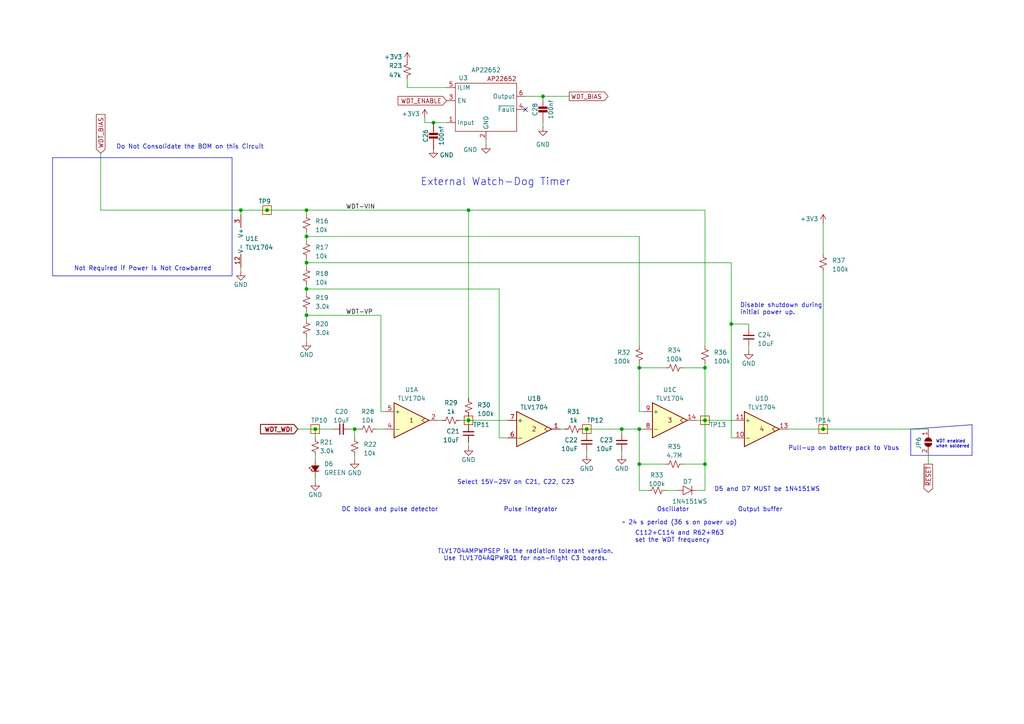
<source format=kicad_sch>
(kicad_sch (version 20250114) (generator "eeschema") (generator_version "9.0")
  (paper "A4")
  (lib_symbols
    (symbol "Adafruit ItsyBitsy RP2040-eagle-import:CAP_CERAMIC_0402NO"
      (property "Reference" "C" (at -2.29 1.25 90))
      (property "Value" "CAP_CERAMIC_0402NO" (at 2.3 1.25 90))
      (symbol "CAP_CERAMIC_0402NO_1_0"
        (rectangle (start -1.27 1.524) (end 1.27 2.032) (fill (type outline)))
        (rectangle (start -1.27 0.508) (end 1.27 1.016) (fill (type outline)))
        (polyline (pts (xy 0 2.54) (xy 0 1.778)) (stroke (width 0.1524)))
        (polyline (pts (xy 0 0.762) (xy 0 0)) (stroke (width 0.1524)))
        (pin passive line (at 0 5.08 270) (length 2.54) (name "1") (number "1"))
        (pin passive line (at 0 -2.54 90) (length 2.54) (name "2") (number "2"))
      )
    )
    (symbol "Device:C_Small" (pin_numbers (hide yes)) (pin_names (offset 0.254) (hide yes))
      (property "Reference" "C" (at 0.254 1.778 0))
      (property "Value" "C_Small" (at 0.254 -2.032 0))
      (symbol "C_Small_0_1"
        (polyline (pts (xy -1.524 0.508) (xy 1.524 0.508)) (stroke (width 0.3048)))
        (polyline (pts (xy -1.524 -0.508) (xy 1.524 -0.508)) (stroke (width 0.3302)))
      )
      (symbol "C_Small_1_1"
        (pin passive line (at 0 2.54 270) (length 2.032) (name "~") (number "1"))
        (pin passive line (at 0 -2.54 90) (length 2.032) (name "~") (number "2"))
      )
    )
    (symbol "Device:LED_Small_Filled" (pin_numbers (hide yes)) (pin_names (offset 0.254) (hide yes))
      (property "Reference" "D" (at -1.27 3.175 0))
      (property "Value" "LED_Small_Filled" (at -4.445 -2.54 0))
      (symbol "LED_Small_Filled_0_1"
        (polyline (pts (xy -0.762 -1.016) (xy -0.762 1.016)) (stroke (width 0.254)))
        (polyline (pts (xy 0 0.762) (xy -0.508 1.27) (xy -0.254 1.27) (xy -0.508 1.27) (xy -0.508 1.016)))
        (polyline (pts (xy 0.508 1.27) (xy 0 1.778) (xy 0.254 1.778) (xy 0 1.778) (xy 0 1.524)))
        (polyline (pts (xy 0.762 -1.016) (xy -0.762 0) (xy 0.762 1.016) (xy 0.762 -1.016)) (stroke (width 0.254)) (fill (type outline)))
        (polyline (pts (xy 1.016 0) (xy -0.762 0)))
      )
      (symbol "LED_Small_Filled_1_1"
        (pin passive line (at -2.54 0 0) (length 1.778) (name "K") (number "1"))
        (pin passive line (at 2.54 0 180) (length 1.778) (name "A") (number "2"))
      )
    )
    (symbol "Device:R_Small_US" (pin_numbers (hide yes)) (pin_names (offset 0.254) (hide yes))
      (property "Reference" "R" (at 0.762 0.508 0))
      (property "Value" "R_Small_US" (at 0.762 -1.016 0))
      (symbol "R_Small_US_1_1"
        (polyline (pts (xy 0 1.524) (xy 1.016 1.143) (xy 0 0.762) (xy -1.016 0.381) (xy 0 0)))
        (polyline (pts (xy 0 0) (xy 1.016 -0.381) (xy 0 -0.762) (xy -1.016 -1.143) (xy 0 -1.524)))
        (pin passive line (at 0 2.54 270) (length 1.016) (name "~") (number "1"))
        (pin passive line (at 0 -2.54 90) (length 1.016) (name "~") (number "2"))
      )
    )
    (symbol "GND_1" (power) (pin_numbers (hide yes)) (pin_names (offset 0) (hide yes))
      (property "Value" "GND" (at 0 -3.81 0))
      (symbol "GND_1_0_1"
        (polyline (pts (xy 0 0) (xy 0 -1.27) (xy 1.27 -1.27) (xy 0 -2.54) (xy -1.27 -1.27) (xy 0 -1.27)))
      )
      (symbol "GND_1_1_1"
        (pin power_in line (at 0 0 270) (length 0) (name "~") (number "1"))
      )
    )
    (symbol "Jumper:SolderJumper_2_Open" (pin_names (offset 0) (hide yes))
      (property "Reference" "JP" (at 0 2.032 0))
      (property "Value" "SolderJumper_2_Open" (at 0 -2.54 0))
      (symbol "SolderJumper_2_Open_0_1"
        (polyline (pts (xy -0.254 1.016) (xy -0.254 -1.016)))
        (arc (start -0.254 -1.016) (mid -1.2656 0) (end -0.254 1.016))
        (arc (start -0.254 -1.016) (mid -1.2656 0) (end -0.254 1.016) (fill (type outline)))
        (arc (start 0.254 1.016) (mid 1.2656 0) (end 0.254 -1.016))
        (arc (start 0.254 1.016) (mid 1.2656 0) (end 0.254 -1.016) (fill (type outline)))
        (polyline (pts (xy 0.254 1.016) (xy 0.254 -1.016)))
      )
      (symbol "SolderJumper_2_Open_1_1"
        (pin passive line (at -3.81 0 0) (length 2.54) (name "A") (number "1"))
        (pin passive line (at 3.81 0 180) (length 2.54) (name "B") (number "2"))
      )
    )
    (symbol "Power_Management:AP22652"
      (property "Reference" "U" (at -7.874 9.906 0))
      (symbol "AP22652_0_1"
        (rectangle (start -8.89 8.89) (end 8.89 -5.08))
      )
      (symbol "AP22652_1_1"
        (text "AP22652" (at 4.572 10.16 0) (effects (font (size 1.27 1.27))))
        (pin input line (at -11.43 7.62 0) (length 2.54) (name "ILIM") (number "5"))
        (pin input line (at -11.43 3.81 0) (length 2.54) (name "EN") (number "3"))
        (pin input line (at -11.43 -2.54 0) (length 2.54) (name "Input") (number "1"))
        (pin input line (at 0 -7.62 90) (length 2.54) (name "GND") (number "2"))
        (pin output line (at 11.43 5.08 180) (length 2.54) (name "Output") (number "6"))
        (pin output line (at 11.43 1.27 180) (length 2.54) (name "~{Fault}") (number "4"))
      )
    )
    (symbol "TLV1704AIPWR_1" (pin_names (offset 0.127))
      (property "Reference" "U" (at 0 5.08 0))
      (property "Value" "TLV1704AIPWR" (at 0 -5.08 0))
      (symbol "TLV1704AIPWR_1_1_1"
        (polyline (pts (xy -5.08 5.08) (xy 5.08 0) (xy -5.08 -5.08) (xy -5.08 5.08)) (stroke (width 0.254)) (fill (type background)))
        (polyline (pts (xy 3.048 0) (xy 3.81 -0.635)))
        (polyline (pts (xy 3.81 0.635) (xy 3.048 0)))
        (text "1" (at 0 0 0) (effects (font (size 1.27 1.27))))
        (pin input line (at -7.62 2.54 0) (length 2.54) (name "+") (number "5"))
        (pin input line (at -7.62 -2.54 0) (length 2.54) (name "-") (number "4"))
        (pin open_collector line (at 7.62 0 180) (length 2.54) (name "~") (number "2"))
      )
      (symbol "TLV1704AIPWR_1_2_1"
        (polyline (pts (xy -5.08 5.08) (xy 5.08 0) (xy -5.08 -5.08) (xy -5.08 5.08)) (stroke (width 0.254)) (fill (type background)))
        (polyline (pts (xy 3.048 0) (xy 3.81 -0.635)))
        (polyline (pts (xy 3.81 0.635) (xy 3.048 0)))
        (text "2" (at 0 0 0) (effects (font (size 1.27 1.27))))
        (pin input line (at -7.62 2.54 0) (length 2.54) (name "+") (number "7"))
        (pin input line (at -7.62 -2.54 0) (length 2.54) (name "-") (number "6"))
        (pin open_collector line (at 7.62 0 180) (length 2.54) (name "~") (number "1"))
      )
      (symbol "TLV1704AIPWR_1_3_1"
        (polyline (pts (xy -5.08 5.08) (xy 5.08 0) (xy -5.08 -5.08) (xy -5.08 5.08)) (stroke (width 0.254)) (fill (type background)))
        (polyline (pts (xy 3.048 0) (xy 3.81 -0.635)))
        (polyline (pts (xy 3.81 0.635) (xy 3.048 0)))
        (text "3" (at 0 0 0) (effects (font (size 1.27 1.27))))
        (pin input line (at -7.62 2.54 0) (length 2.54) (name "+") (number "9"))
        (pin input line (at -7.62 -2.54 0) (length 2.54) (name "-") (number "8"))
        (pin open_collector line (at 7.62 0 180) (length 2.54) (name "~") (number "14"))
      )
      (symbol "TLV1704AIPWR_1_4_1"
        (polyline (pts (xy -5.08 5.08) (xy 5.08 0) (xy -5.08 -5.08) (xy -5.08 5.08)) (stroke (width 0.254)) (fill (type background)))
        (polyline (pts (xy 3.048 0) (xy 3.81 -0.635)))
        (polyline (pts (xy 3.81 0.635) (xy 3.048 0)))
        (text "4" (at 0 0 0) (effects (font (size 1.27 1.27))))
        (pin input line (at -7.62 2.54 0) (length 2.54) (name "+") (number "11"))
        (pin input line (at -7.62 -2.54 0) (length 2.54) (name "-") (number "10"))
        (pin open_collector line (at 7.62 0 180) (length 2.54) (name "~") (number "13"))
      )
      (symbol "TLV1704AIPWR_1_5_1"
        (pin power_in line (at -2.54 7.62 270) (length 3.81) (name "V+") (number "3"))
        (pin power_in line (at -2.54 -7.62 90) (length 3.81) (name "V-") (number "12"))
      )
    )
    (symbol "TLV1704AIPWR_2" (pin_names (offset 0.127))
      (property "Reference" "U" (at 0 5.08 0))
      (property "Value" "TLV1704AIPWR" (at 0 -5.08 0))
      (symbol "TLV1704AIPWR_2_1_1"
        (polyline (pts (xy -5.08 5.08) (xy 5.08 0) (xy -5.08 -5.08) (xy -5.08 5.08)) (stroke (width 0.254)) (fill (type background)))
        (polyline (pts (xy 3.048 0) (xy 3.81 -0.635)))
        (polyline (pts (xy 3.81 0.635) (xy 3.048 0)))
        (text "1" (at 0 0 0) (effects (font (size 1.27 1.27))))
        (pin input line (at -7.62 2.54 0) (length 2.54) (name "+") (number "5"))
        (pin input line (at -7.62 -2.54 0) (length 2.54) (name "-") (number "4"))
        (pin open_collector line (at 7.62 0 180) (length 2.54) (name "~") (number "2"))
      )
      (symbol "TLV1704AIPWR_2_2_1"
        (polyline (pts (xy -5.08 5.08) (xy 5.08 0) (xy -5.08 -5.08) (xy -5.08 5.08)) (stroke (width 0.254)) (fill (type background)))
        (polyline (pts (xy 3.048 0) (xy 3.81 -0.635)))
        (polyline (pts (xy 3.81 0.635) (xy 3.048 0)))
        (text "2" (at 0 0 0) (effects (font (size 1.27 1.27))))
        (pin input line (at -7.62 2.54 0) (length 2.54) (name "+") (number "7"))
        (pin input line (at -7.62 -2.54 0) (length 2.54) (name "-") (number "6"))
        (pin open_collector line (at 7.62 0 180) (length 2.54) (name "~") (number "1"))
      )
      (symbol "TLV1704AIPWR_2_3_1"
        (polyline (pts (xy -5.08 5.08) (xy 5.08 0) (xy -5.08 -5.08) (xy -5.08 5.08)) (stroke (width 0.254)) (fill (type background)))
        (polyline (pts (xy 3.048 0) (xy 3.81 -0.635)))
        (polyline (pts (xy 3.81 0.635) (xy 3.048 0)))
        (text "3" (at 0 0 0) (effects (font (size 1.27 1.27))))
        (pin input line (at -7.62 2.54 0) (length 2.54) (name "+") (number "9"))
        (pin input line (at -7.62 -2.54 0) (length 2.54) (name "-") (number "8"))
        (pin open_collector line (at 7.62 0 180) (length 2.54) (name "~") (number "14"))
      )
      (symbol "TLV1704AIPWR_2_4_1"
        (polyline (pts (xy -5.08 5.08) (xy 5.08 0) (xy -5.08 -5.08) (xy -5.08 5.08)) (stroke (width 0.254)) (fill (type background)))
        (polyline (pts (xy 3.048 0) (xy 3.81 -0.635)))
        (polyline (pts (xy 3.81 0.635) (xy 3.048 0)))
        (text "4" (at 0 0 0) (effects (font (size 1.27 1.27))))
        (pin input line (at -7.62 2.54 0) (length 2.54) (name "+") (number "11"))
        (pin input line (at -7.62 -2.54 0) (length 2.54) (name "-") (number "10"))
        (pin open_collector line (at 7.62 0 180) (length 2.54) (name "~") (number "13"))
      )
      (symbol "TLV1704AIPWR_2_5_1"
        (pin power_in line (at -2.54 7.62 270) (length 3.81) (name "V+") (number "3"))
        (pin power_in line (at -2.54 -7.62 90) (length 3.81) (name "V-") (number "12"))
      )
    )
    (symbol "TLV1704AIPWR_3" (pin_names (offset 0.127))
      (property "Reference" "U" (at 0 5.08 0))
      (property "Value" "TLV1704AIPWR" (at 0 -5.08 0))
      (symbol "TLV1704AIPWR_3_1_1"
        (polyline (pts (xy -5.08 5.08) (xy 5.08 0) (xy -5.08 -5.08) (xy -5.08 5.08)) (stroke (width 0.254)) (fill (type background)))
        (polyline (pts (xy 3.048 0) (xy 3.81 -0.635)))
        (polyline (pts (xy 3.81 0.635) (xy 3.048 0)))
        (text "1" (at 0 0 0) (effects (font (size 1.27 1.27))))
        (pin input line (at -7.62 2.54 0) (length 2.54) (name "+") (number "5"))
        (pin input line (at -7.62 -2.54 0) (length 2.54) (name "-") (number "4"))
        (pin open_collector line (at 7.62 0 180) (length 2.54) (name "~") (number "2"))
      )
      (symbol "TLV1704AIPWR_3_2_1"
        (polyline (pts (xy -5.08 5.08) (xy 5.08 0) (xy -5.08 -5.08) (xy -5.08 5.08)) (stroke (width 0.254)) (fill (type background)))
        (polyline (pts (xy 3.048 0) (xy 3.81 -0.635)))
        (polyline (pts (xy 3.81 0.635) (xy 3.048 0)))
        (text "2" (at 0 0 0) (effects (font (size 1.27 1.27))))
        (pin input line (at -7.62 2.54 0) (length 2.54) (name "+") (number "7"))
        (pin input line (at -7.62 -2.54 0) (length 2.54) (name "-") (number "6"))
        (pin open_collector line (at 7.62 0 180) (length 2.54) (name "~") (number "1"))
      )
      (symbol "TLV1704AIPWR_3_3_1"
        (polyline (pts (xy -5.08 5.08) (xy 5.08 0) (xy -5.08 -5.08) (xy -5.08 5.08)) (stroke (width 0.254)) (fill (type background)))
        (polyline (pts (xy 3.048 0) (xy 3.81 -0.635)))
        (polyline (pts (xy 3.81 0.635) (xy 3.048 0)))
        (text "3" (at 0 0 0) (effects (font (size 1.27 1.27))))
        (pin input line (at -7.62 2.54 0) (length 2.54) (name "+") (number "9"))
        (pin input line (at -7.62 -2.54 0) (length 2.54) (name "-") (number "8"))
        (pin open_collector line (at 7.62 0 180) (length 2.54) (name "~") (number "14"))
      )
      (symbol "TLV1704AIPWR_3_4_1"
        (polyline (pts (xy -5.08 5.08) (xy 5.08 0) (xy -5.08 -5.08) (xy -5.08 5.08)) (stroke (width 0.254)) (fill (type background)))
        (polyline (pts (xy 3.048 0) (xy 3.81 -0.635)))
        (polyline (pts (xy 3.81 0.635) (xy 3.048 0)))
        (text "4" (at 0 0 0) (effects (font (size 1.27 1.27))))
        (pin input line (at -7.62 2.54 0) (length 2.54) (name "+") (number "11"))
        (pin input line (at -7.62 -2.54 0) (length 2.54) (name "-") (number "10"))
        (pin open_collector line (at 7.62 0 180) (length 2.54) (name "~") (number "13"))
      )
      (symbol "TLV1704AIPWR_3_5_1"
        (pin power_in line (at -2.54 7.62 270) (length 3.81) (name "V+") (number "3"))
        (pin power_in line (at -2.54 -7.62 90) (length 3.81) (name "V-") (number "12"))
      )
    )
    (symbol "TLV1704AIPWR_4" (pin_names (offset 0.127))
      (property "Reference" "U" (at 0 5.08 0))
      (property "Value" "TLV1704AIPWR" (at 0 -5.08 0))
      (symbol "TLV1704AIPWR_4_1_1"
        (polyline (pts (xy -5.08 5.08) (xy 5.08 0) (xy -5.08 -5.08) (xy -5.08 5.08)) (stroke (width 0.254)) (fill (type background)))
        (polyline (pts (xy 3.048 0) (xy 3.81 -0.635)))
        (polyline (pts (xy 3.81 0.635) (xy 3.048 0)))
        (text "1" (at 0 0 0) (effects (font (size 1.27 1.27))))
        (pin input line (at -7.62 2.54 0) (length 2.54) (name "+") (number "5"))
        (pin input line (at -7.62 -2.54 0) (length 2.54) (name "-") (number "4"))
        (pin open_collector line (at 7.62 0 180) (length 2.54) (name "~") (number "2"))
      )
      (symbol "TLV1704AIPWR_4_2_1"
        (polyline (pts (xy -5.08 5.08) (xy 5.08 0) (xy -5.08 -5.08) (xy -5.08 5.08)) (stroke (width 0.254)) (fill (type background)))
        (polyline (pts (xy 3.048 0) (xy 3.81 -0.635)))
        (polyline (pts (xy 3.81 0.635) (xy 3.048 0)))
        (text "2" (at 0 0 0) (effects (font (size 1.27 1.27))))
        (pin input line (at -7.62 2.54 0) (length 2.54) (name "+") (number "7"))
        (pin input line (at -7.62 -2.54 0) (length 2.54) (name "-") (number "6"))
        (pin open_collector line (at 7.62 0 180) (length 2.54) (name "~") (number "1"))
      )
      (symbol "TLV1704AIPWR_4_3_1"
        (polyline (pts (xy -5.08 5.08) (xy 5.08 0) (xy -5.08 -5.08) (xy -5.08 5.08)) (stroke (width 0.254)) (fill (type background)))
        (polyline (pts (xy 3.048 0) (xy 3.81 -0.635)))
        (polyline (pts (xy 3.81 0.635) (xy 3.048 0)))
        (text "3" (at 0 0 0) (effects (font (size 1.27 1.27))))
        (pin input line (at -7.62 2.54 0) (length 2.54) (name "+") (number "9"))
        (pin input line (at -7.62 -2.54 0) (length 2.54) (name "-") (number "8"))
        (pin open_collector line (at 7.62 0 180) (length 2.54) (name "~") (number "14"))
      )
      (symbol "TLV1704AIPWR_4_4_1"
        (polyline (pts (xy -5.08 5.08) (xy 5.08 0) (xy -5.08 -5.08) (xy -5.08 5.08)) (stroke (width 0.254)) (fill (type background)))
        (polyline (pts (xy 3.048 0) (xy 3.81 -0.635)))
        (polyline (pts (xy 3.81 0.635) (xy 3.048 0)))
        (text "4" (at 0 0 0) (effects (font (size 1.27 1.27))))
        (pin input line (at -7.62 2.54 0) (length 2.54) (name "+") (number "11"))
        (pin input line (at -7.62 -2.54 0) (length 2.54) (name "-") (number "10"))
        (pin open_collector line (at 7.62 0 180) (length 2.54) (name "~") (number "13"))
      )
      (symbol "TLV1704AIPWR_4_5_1"
        (pin power_in line (at -2.54 7.62 270) (length 3.81) (name "V+") (number "3"))
        (pin power_in line (at -2.54 -7.62 90) (length 3.81) (name "V-") (number "12"))
      )
    )
    (symbol "oresat-diodes:1N4151WS-HE3" (pin_numbers (hide yes)) (pin_names (offset 0) (hide yes))
      (property "Reference" "D" (at 0 2.54 0))
      (property "Value" "1N4151WS" (at 0 -2.54 0))
      (symbol "1N4151WS-HE3_0_1"
        (polyline (pts (xy 1.27 0) (xy 1.27 1.27) (xy 1.27 -1.27) (xy 1.27 0) (xy -1.27 1.27) (xy -1.27 -1.27) (xy 1.27 0)))
      )
      (symbol "1N4151WS-HE3_1_1"
        (pin passive line (at -2.54 0 0) (length 1.27) (name "2") (number "2"))
        (pin passive line (at 2.54 0 180) (length 1.27) (name "1") (number "1"))
      )
    )
    (symbol "oresat-ics:TLV1704AIPWR" (pin_names (offset 0.127))
      (property "Reference" "U" (at 0 5.08 0))
      (property "Value" "TLV1704AIPWR" (at 0 -5.08 0))
      (symbol "TLV1704AIPWR_1_1"
        (polyline (pts (xy -5.08 5.08) (xy 5.08 0) (xy -5.08 -5.08) (xy -5.08 5.08)) (stroke (width 0.254)) (fill (type background)))
        (polyline (pts (xy 3.048 0) (xy 3.81 -0.635)))
        (polyline (pts (xy 3.81 0.635) (xy 3.048 0)))
        (text "1" (at 0 0 0) (effects (font (size 1.27 1.27))))
        (pin input line (at -7.62 2.54 0) (length 2.54) (name "+") (number "5"))
        (pin input line (at -7.62 -2.54 0) (length 2.54) (name "-") (number "4"))
        (pin open_collector line (at 7.62 0 180) (length 2.54) (name "~") (number "2"))
      )
      (symbol "TLV1704AIPWR_2_1"
        (polyline (pts (xy -5.08 5.08) (xy 5.08 0) (xy -5.08 -5.08) (xy -5.08 5.08)) (stroke (width 0.254)) (fill (type background)))
        (polyline (pts (xy 3.048 0) (xy 3.81 -0.635)))
        (polyline (pts (xy 3.81 0.635) (xy 3.048 0)))
        (text "2" (at 0 0 0) (effects (font (size 1.27 1.27))))
        (pin input line (at -7.62 2.54 0) (length 2.54) (name "+") (number "7"))
        (pin input line (at -7.62 -2.54 0) (length 2.54) (name "-") (number "6"))
        (pin open_collector line (at 7.62 0 180) (length 2.54) (name "~") (number "1"))
      )
      (symbol "TLV1704AIPWR_3_1"
        (polyline (pts (xy -5.08 5.08) (xy 5.08 0) (xy -5.08 -5.08) (xy -5.08 5.08)) (stroke (width 0.254)) (fill (type background)))
        (polyline (pts (xy 3.048 0) (xy 3.81 -0.635)))
        (polyline (pts (xy 3.81 0.635) (xy 3.048 0)))
        (text "3" (at 0 0 0) (effects (font (size 1.27 1.27))))
        (pin input line (at -7.62 2.54 0) (length 2.54) (name "+") (number "9"))
        (pin input line (at -7.62 -2.54 0) (length 2.54) (name "-") (number "8"))
        (pin open_collector line (at 7.62 0 180) (length 2.54) (name "~") (number "14"))
      )
      (symbol "TLV1704AIPWR_4_1"
        (polyline (pts (xy -5.08 5.08) (xy 5.08 0) (xy -5.08 -5.08) (xy -5.08 5.08)) (stroke (width 0.254)) (fill (type background)))
        (polyline (pts (xy 3.048 0) (xy 3.81 -0.635)))
        (polyline (pts (xy 3.81 0.635) (xy 3.048 0)))
        (text "4" (at 0 0 0) (effects (font (size 1.27 1.27))))
        (pin input line (at -7.62 2.54 0) (length 2.54) (name "+") (number "11"))
        (pin input line (at -7.62 -2.54 0) (length 2.54) (name "-") (number "10"))
        (pin open_collector line (at 7.62 0 180) (length 2.54) (name "~") (number "13"))
      )
      (symbol "TLV1704AIPWR_5_1"
        (pin power_in line (at -2.54 7.62 270) (length 3.81) (name "V+") (number "3"))
        (pin power_in line (at -2.54 -7.62 90) (length 3.81) (name "V-") (number "12"))
      )
    )
    (symbol "oresat-misc:Test-Point-0.75mm-th" (exclude_from_sim yes) (in_bom no)
      (property "Reference" "TP" (at 0 2.54 0))
      (symbol "Test-Point-0.75mm-th_1_0"
        (pin passive line (at 0 0 0) (length 0) (name "1") (number "1"))
      )
      (symbol "Test-Point-0.75mm-th_1_1"
        (rectangle (start -1.27 1.27) (end 1.27 -1.27) (fill (type background)))
      )
    )
    (symbol "power:+3V3" (power) (pin_numbers (hide yes)) (pin_names (offset 0) (hide yes))
      (property "Value" "+3V3" (at 0 3.556 0))
      (symbol "+3V3_0_1"
        (polyline (pts (xy -0.762 1.27) (xy 0 2.54)))
        (polyline (pts (xy 0 2.54) (xy 0.762 1.27)))
        (polyline (pts (xy 0 0) (xy 0 2.54)))
      )
      (symbol "+3V3_1_1"
        (pin power_in line (at 0 0 90) (length 0) (name "~") (number "1"))
      )
    )
    (symbol "power:GND" (power) (pin_names (offset 0))
      (property "Value" "GND" (at 0 -3.81 0))
      (symbol "GND_0_1"
        (polyline (pts (xy 0 0) (xy 0 -1.27) (xy 1.27 -1.27) (xy 0 -2.54) (xy -1.27 -1.27) (xy 0 -1.27)))
      )
      (symbol "GND_1_1"
        (pin power_in line (at 0 0 270) (length 0) (hide yes) (name "GND") (number "1"))
      )
    )
  )
  (rectangle (start 15.24 45.72) (end 67.31 80.01))
  (text "Pull-up on battery pack to Vbus" (at 228.6 130.81 0) (effects (font (size 1.27 1.27)) (justify left bottom)))
  (text "Do Not Consolidate the BOM on this Circuit" (at 55.118 42.672 0) (effects (font (size 1.27 1.27))))
  (text "Pulse integrator" (at 146.05 148.59 0) (effects (font (size 1.27 1.27)) (justify left bottom)))
  (text "Disable shutdown during\ninitial power up." (at 214.63 91.44 0) (effects (font (size 1.27 1.27)) (justify left bottom)))
  (text "~ 24 s period (36 s on power up)" (at 180.34 152.4 0) (effects (font (size 1.27 1.27)) (justify left bottom)))
  (text "D5 and D7 MUST be 1N4151WS" (at 222.504 141.986 0) (effects (font (size 1.27 1.27))))
  (text "C112+C114 and R62+R63 \nset the WDT frequency" (at 184.15 157.48 0) (effects (font (size 1.27 1.27)) (justify left bottom)))
  (text "TLV1704AMPWPSEP is the radiation tolerant version.\nUse TLV1704AQPWRQ1 for non-flight C3 boards." (at 152.4 161.036 0) (effects (font (size 1.27 1.27))))
  (text "Select 15V-25V on C21, C22, C23" (at 149.606 139.954 0) (effects (font (size 1.27 1.27))))
  (text "DC block and pulse detector" (at 99.06 148.59 0) (effects (font (size 1.27 1.27)) (justify left bottom)))
  (text "Oscillator" (at 190.5 148.59 0) (effects (font (size 1.27 1.27)) (justify left bottom)))
  (text "Output buffer" (at 213.995 148.59 0) (effects (font (size 1.27 1.27)) (justify left bottom)))
  (text "WDT enabled\nwhen soldered" (at 271.399 130.048 0) (effects (font (size 0.889 0.889)) (justify left bottom)))
  (text "External Watch-Dog Timer" (at 121.92 54.102 0) (effects (font (size 2.159 2.159)) (justify left bottom)))
  (text "Not Required if Power is Not Crowbarred " (at 41.91 77.978 0) (effects (font (size 1.27 1.27))))
  (junction (at 88.9 60.96))
  (junction (at 185.42 134.62))
  (junction (at 102.87 124.46))
  (junction (at 204.47 121.92))
  (junction (at 185.42 124.46))
  (junction (at 88.9 91.44))
  (junction (at 185.42 106.68))
  (junction (at 125.73 35.56))
  (junction (at 77.47 60.96))
  (junction (at 88.9 76.2))
  (junction (at 88.9 68.58))
  (junction (at 135.89 60.96))
  (junction (at 204.47 106.68))
  (junction (at 135.89 121.92))
  (junction (at 204.47 134.62))
  (junction (at 88.9 83.82))
  (junction (at 91.44 124.46))
  (junction (at 157.48 27.94))
  (junction (at 69.85 60.96))
  (junction (at 238.76 124.46))
  (junction (at 212.09 93.98))
  (junction (at 170.18 124.46))
  (junction (at 180.34 124.46))
  (no_connect (at 152.4 31.75))
  (wire (pts (xy 180.34 125.73) (xy 180.34 124.46)))
  (wire (pts (xy 238.76 78.74) (xy 238.76 124.46)))
  (wire (pts (xy 185.42 105.41) (xy 185.42 106.68)))
  (wire (pts (xy 217.17 101.6) (xy 217.17 100.33)))
  (wire (pts (xy 238.76 64.77) (xy 238.76 73.66)))
  (wire (pts (xy 135.89 121.92) (xy 135.89 123.19)))
  (wire (pts (xy 198.12 106.68) (xy 204.47 106.68)))
  (wire (pts (xy 212.09 93.98) (xy 212.09 127)))
  (wire (pts (xy 157.48 27.94) (xy 165.1 27.94)))
  (wire (pts (xy 91.44 127) (xy 91.44 124.46)))
  (wire (pts (xy 185.42 124.46) (xy 186.69 124.46)))
  (wire (pts (xy 204.47 105.41) (xy 204.47 106.68)))
  (wire (pts (xy 144.78 127) (xy 147.32 127)))
  (wire (pts (xy 186.69 119.38) (xy 185.42 119.38)))
  (wire (pts (xy 140.97 40.64) (xy 140.97 41.91)))
  (wire (pts (xy 102.87 132.08) (xy 102.87 133.35)))
  (wire (pts (xy 88.9 97.79) (xy 88.9 99.06)))
  (wire (pts (xy 88.9 83.82) (xy 144.78 83.82)))
  (polyline (pts (xy 281.94 123.19) (xy 281.94 132.08)))
  (wire (pts (xy 88.9 90.17) (xy 88.9 91.44)))
  (wire (pts (xy 162.56 124.46) (xy 163.83 124.46)))
  (wire (pts (xy 133.35 121.92) (xy 135.89 121.92)))
  (wire (pts (xy 88.9 83.82) (xy 88.9 85.09)))
  (wire (pts (xy 204.47 100.33) (xy 204.47 60.96)))
  (polyline (pts (xy 264.16 124.46) (xy 281.94 123.19)))
  (wire (pts (xy 168.91 124.46) (xy 170.18 124.46)))
  (wire (pts (xy 238.76 124.46) (xy 269.24 124.46)))
  (wire (pts (xy 118.11 25.4) (xy 118.11 22.86)))
  (wire (pts (xy 135.89 60.96) (xy 204.47 60.96)))
  (wire (pts (xy 204.47 134.62) (xy 204.47 121.92)))
  (wire (pts (xy 170.18 124.46) (xy 170.18 125.73)))
  (wire (pts (xy 217.17 95.25) (xy 217.17 93.98)))
  (wire (pts (xy 269.24 132.08) (xy 269.24 134.62)))
  (wire (pts (xy 204.47 106.68) (xy 204.47 121.92)))
  (wire (pts (xy 185.42 142.24) (xy 187.96 142.24)))
  (wire (pts (xy 135.89 129.54) (xy 135.89 128.27)))
  (wire (pts (xy 91.44 132.08) (xy 91.44 133.35)))
  (wire (pts (xy 110.49 91.44) (xy 110.49 119.38)))
  (wire (pts (xy 88.9 76.2) (xy 212.09 76.2)))
  (wire (pts (xy 135.89 60.96) (xy 88.9 60.96)))
  (wire (pts (xy 135.89 121.92) (xy 147.32 121.92)))
  (wire (pts (xy 193.04 134.62) (xy 185.42 134.62)))
  (wire (pts (xy 102.87 124.46) (xy 104.14 124.46)))
  (wire (pts (xy 88.9 91.44) (xy 88.9 92.71)))
  (wire (pts (xy 129.54 25.4) (xy 118.11 25.4)))
  (wire (pts (xy 86.36 124.46) (xy 91.44 124.46)))
  (wire (pts (xy 88.9 74.93) (xy 88.9 76.2)))
  (wire (pts (xy 185.42 119.38) (xy 185.42 106.68)))
  (wire (pts (xy 69.85 78.74) (xy 69.85 77.47)))
  (wire (pts (xy 204.47 142.24) (xy 204.47 134.62)))
  (wire (pts (xy 88.9 91.44) (xy 110.49 91.44)))
  (wire (pts (xy 185.42 134.62) (xy 185.42 124.46)))
  (wire (pts (xy 127 121.92) (xy 128.27 121.92)))
  (wire (pts (xy 123.19 35.56) (xy 125.73 35.56)))
  (wire (pts (xy 29.21 44.45) (xy 29.21 60.96)))
  (wire (pts (xy 88.9 68.58) (xy 185.42 68.58)))
  (wire (pts (xy 157.48 35.56) (xy 157.48 36.83)))
  (wire (pts (xy 170.18 124.46) (xy 180.34 124.46)))
  (wire (pts (xy 198.12 134.62) (xy 204.47 134.62)))
  (wire (pts (xy 110.49 119.38) (xy 111.76 119.38)))
  (wire (pts (xy 212.09 127) (xy 213.36 127)))
  (wire (pts (xy 88.9 67.31) (xy 88.9 68.58)))
  (wire (pts (xy 101.6 124.46) (xy 102.87 124.46)))
  (wire (pts (xy 185.42 142.24) (xy 185.42 134.62)))
  (wire (pts (xy 123.19 34.29) (xy 123.19 35.56)))
  (wire (pts (xy 204.47 121.92) (xy 213.36 121.92)))
  (wire (pts (xy 193.04 142.24) (xy 196.85 142.24)))
  (wire (pts (xy 69.85 60.96) (xy 77.47 60.96)))
  (wire (pts (xy 185.42 100.33) (xy 185.42 68.58)))
  (polyline (pts (xy 281.94 132.08) (xy 264.16 132.08)))
  (wire (pts (xy 212.09 93.98) (xy 217.17 93.98)))
  (polyline (pts (xy 264.16 132.08) (xy 264.16 124.46)))
  (wire (pts (xy 88.9 82.55) (xy 88.9 83.82)))
  (wire (pts (xy 77.47 60.96) (xy 88.9 60.96)))
  (wire (pts (xy 228.6 124.46) (xy 238.76 124.46)))
  (wire (pts (xy 180.34 124.46) (xy 185.42 124.46)))
  (wire (pts (xy 212.09 76.2) (xy 212.09 93.98)))
  (wire (pts (xy 88.9 76.2) (xy 88.9 77.47)))
  (wire (pts (xy 152.4 27.94) (xy 157.48 27.94)))
  (wire (pts (xy 69.85 62.23) (xy 69.85 60.96)))
  (wire (pts (xy 170.18 132.08) (xy 170.18 130.81)))
  (wire (pts (xy 88.9 62.23) (xy 88.9 60.96)))
  (wire (pts (xy 180.34 132.08) (xy 180.34 130.81)))
  (wire (pts (xy 135.89 121.92) (xy 135.89 120.65)))
  (wire (pts (xy 91.44 139.7) (xy 91.44 138.43)))
  (wire (pts (xy 135.89 60.96) (xy 135.89 115.57)))
  (wire (pts (xy 88.9 68.58) (xy 88.9 69.85)))
  (wire (pts (xy 185.42 106.68) (xy 193.04 106.68)))
  (wire (pts (xy 201.93 142.24) (xy 204.47 142.24)))
  (wire (pts (xy 102.87 124.46) (xy 102.87 127)))
  (wire (pts (xy 201.93 121.92) (xy 204.47 121.92)))
  (wire (pts (xy 91.44 124.46) (xy 96.52 124.46)))
  (wire (pts (xy 109.22 124.46) (xy 111.76 124.46)))
  (wire (pts (xy 144.78 83.82) (xy 144.78 127)))
  (wire (pts (xy 125.73 35.56) (xy 129.54 35.56)))
  (wire (pts (xy 29.21 60.96) (xy 69.85 60.96)))
  (label "WDT-VIN" (at 100.33 60.96 0))
  (label "WDT-VP" (at 100.33 91.44 0))
  (global_label "~{RESET}" (shape output) (at 269.24 134.62 270) (property "Intersheetrefs" "${INTERSHEET_REFS}" (effects (hide yes))))
  (global_label "WDT_BIAS" (shape input) (at 29.21 44.45 90) (property "Intersheetrefs" "${INTERSHEET_REFS}" (effects (hide yes))))
  (global_label "WDT_WDI" (shape input) (at 86.36 124.46 180) (effects (font (thickness 0.254) (bold yes))) (property "Intersheetrefs" "${INTERSHEET_REFS}" (effects (hide yes))))
  (global_label "WDT_ENABLE" (shape input) (at 129.54 29.21 180) (property "Intersheetrefs" "${INTERSHEET_REFS}" (effects (hide yes))))
  (global_label "WDT_BIAS" (shape output) (at 165.1 27.94 0) (property "Intersheetrefs" "${INTERSHEET_REFS}" (effects (hide yes))))
  (symbol (lib_id "oresat-ics:TLV1704AIPWR") (at 72.39 69.85 0) (unit 5)
    (property "Reference" "U1" (at 71.12 69.215 0) (effects (justify left)))
    (property "Value" "TLV1704" (at 71.12 71.755 0) (effects (justify left)))
    (property "Footprint" "Package_SO:TSSOP-14_4.4x5mm_P0.65mm" (effects (hide yes)))
    (property "Datasheet" "https://www.ti.com/lit/ds/symlink/tlv1704-sep.pdf" (effects (hide yes)))
    (property "Description" "Analog Comparators 2.2-V to 36-V, radiation tolerant microPower quad comparator in space enhanced plastic 14-TSSOP -55 to 125" (effects (hide yes)))
    (property "MFR" "Texas Instruments" (effects (hide yes)))
    (property "MPN" "TLV1704AQPWRQ1" (effects (hide yes)))
    (property "DST" "Digi-Key" (effects (hide yes)))
    (property "DPN" "296-43799-2-ND" (effects (hide yes)))
  )
  (symbol (lib_name "GND_1") (lib_id "power:GND") (at 125.73 43.18 0) (unit 1)
    (property "Reference" "#PWR063" (effects (hide yes)))
    (property "Value" "GND" (at 129.54 44.958 0))
    (property "Description" "Power symbol creates a global label with name \"GND\" , ground" (effects (hide yes)))
  )
  (symbol (lib_id "power:GND") (at 217.17 101.6 0) (mirror y) (unit 1)
    (property "Reference" "#PWR087" (effects (hide yes)))
    (property "Value" "GND" (at 217.17 105.41 0))
    (property "Description" "Power symbol creates a global label with name \"GND\" , ground" (effects (hide yes)))
  )
  (symbol (lib_id "Device:R_Small_US") (at 91.44 129.54 0) (unit 1)
    (property "Reference" "R21" (at 92.71 128.27 0) (effects (justify left)))
    (property "Value" "3.0k" (at 92.71 130.81 0) (effects (justify left)))
    (property "Footprint" "Resistor_SMD:R_0603_1608Metric" (effects (hide yes)))
    (property "Description" "3 kOhms ±1% 0.1W, 1/10W Chip Resistor 0603 (1608 Metric) Automotive AEC-Q200 Thick Film" (effects (hide yes)))
    (property "DPN" "RMCF0603FT3K00CT-ND" (effects (hide yes)))
    (property "DST" "Digi-Key" (effects (hide yes)))
    (property "MFR" "Stackpole Electronics Inc" (effects (hide yes)))
    (property "MPN" "RMCF0603FT3K00" (effects (hide yes)))
  )
  (symbol (lib_id "Device:R_Small_US") (at 135.89 118.11 0) (unit 1)
    (property "Reference" "R30" (at 138.43 117.475 0) (effects (justify left)))
    (property "Value" "100k" (at 138.43 120.015 0) (effects (justify left)))
    (property "Footprint" "Resistor_SMD:R_0603_1608Metric" (effects (hide yes)))
    (property "Description" "100 kOhms ±5% 0.1W, 1/10W Chip Resistor 0603 (1608 Metric) Automotive AEC-Q200 Thick Film" (effects (hide yes)))
    (property "DPN" "RMCF0603FT100KCT-ND" (effects (hide yes)))
    (property "DST" "Digi-Key" (effects (hide yes)))
    (property "MFR" "Stackpole Electronics Inc" (effects (hide yes)))
    (property "MPN" "RMCF0603FT100K" (effects (hide yes)))
  )
  (symbol (lib_id "oresat-misc:Test-Point-0.75mm-th") (at 91.44 124.46 0) (unit 1) (exclude_from_sim yes) (in_bom no)
    (property "Reference" "TP10" (at 90.17 121.92 0) (effects (justify left)))
    (property "Value" "TestPoint-MinTH" (effects (hide yes)))
    (property "Footprint" "oresat-misc:TestPoint-0.75mm-th" (effects (hide yes)))
    (property "Description" "0.75 mm TH test point; good for scope probes and jumpers" (effects (hide yes)))
  )
  (symbol (lib_id "power:GND") (at 180.34 132.08 0) (mirror y) (unit 1)
    (property "Reference" "#PWR084" (effects (hide yes)))
    (property "Value" "GND" (at 180.34 135.89 0))
    (property "Description" "Power symbol creates a global label with name \"GND\" , ground" (effects (hide yes)))
  )
  (symbol (lib_id "Adafruit ItsyBitsy RP2040-eagle-import:CAP_CERAMIC_0402NO") (at 125.73 40.64 0) (unit 1)
    (property "Reference" "C26" (at 123.44 39.39 90))
    (property "Value" "100nf" (at 128.03 39.39 90))
    (property "Footprint" "Capacitor_SMD:C_0402_1005Metric" (effects (hide yes)))
  )
  (symbol (lib_id "Adafruit ItsyBitsy RP2040-eagle-import:CAP_CERAMIC_0402NO") (at 157.48 33.02 0) (unit 1)
    (property "Reference" "C28" (at 155.19 31.77 90))
    (property "Value" "100nf" (at 159.78 31.77 90))
    (property "Footprint" "Capacitor_SMD:C_0402_1005Metric" (effects (hide yes)))
  )
  (symbol (lib_name "TLV1704AIPWR_3") (lib_id "oresat-ics:TLV1704AIPWR") (at 220.98 124.46 0) (unit 4)
    (property "Reference" "U1" (at 220.98 115.57 0))
    (property "Value" "TLV1704" (at 220.98 118.11 0))
    (property "Footprint" "Package_SO:TSSOP-14_4.4x5mm_P0.65mm" (effects (hide yes)))
    (property "Datasheet" "https://www.ti.com/lit/ds/symlink/tlv1704-sep.pdf" (effects (hide yes)))
    (property "Description" "Analog Comparators 2.2-V to 36-V, radiation tolerant microPower quad comparator in space enhanced plastic 14-TSSOP -55 to 125" (effects (hide yes)))
    (property "MFR" "Texas Instruments" (effects (hide yes)))
    (property "MPN" "TLV1704AQPWRQ1" (effects (hide yes)))
    (property "DST" "Digi-Key" (effects (hide yes)))
    (property "DPN" "296-43799-2-ND" (effects (hide yes)))
  )
  (symbol (lib_id "Device:R_Small_US") (at 88.9 87.63 0) (unit 1)
    (property "Reference" "R19" (at 91.44 86.36 0) (effects (justify left)))
    (property "Value" "3.0k" (at 91.44 88.9 0) (effects (justify left)))
    (property "Footprint" "Resistor_SMD:R_0603_1608Metric" (effects (hide yes)))
    (property "Description" "3 kOhms ±1% 0.1W, 1/10W Chip Resistor 0603 (1608 Metric) Automotive AEC-Q200 Thick Film" (effects (hide yes)))
    (property "DPN" "RMCF0603FT3K00CT-ND" (effects (hide yes)))
    (property "DST" "Digi-Key" (effects (hide yes)))
    (property "MFR" "Stackpole Electronics Inc" (effects (hide yes)))
    (property "MPN" "RMCF0603FT3K00" (effects (hide yes)))
  )
  (symbol (lib_id "Device:R_Small_US") (at 88.9 72.39 0) (unit 1)
    (property "Reference" "R17" (at 91.44 71.755 0) (effects (justify left)))
    (property "Value" "10k" (at 91.44 74.295 0) (effects (justify left)))
    (property "Footprint" "Resistor_SMD:R_0603_1608Metric" (effects (hide yes)))
    (property "Description" "10 kOhms ±1% 0.1W, 1/10W Chip Resistor 0603 (1608 Metric) Automotive AEC-Q200 Thick Film" (effects (hide yes)))
    (property "DPN" "RMCF0603FT10K0CT-ND" (effects (hide yes)))
    (property "DST" "Digi-Key" (effects (hide yes)))
    (property "MFR" "Stackpole Electronics Inc" (effects (hide yes)))
    (property "MPN" "RMCF0603FT10K0" (effects (hide yes)))
  )
  (symbol (lib_id "Device:C_Small") (at 99.06 124.46 90) (unit 1)
    (property "Reference" "C20" (at 99.0663 119.38 90))
    (property "Value" "10uF" (at 99.0663 121.92 90))
    (property "Footprint" "Capacitor_SMD:C_0603_1608Metric" (effects (hide yes)))
    (property "Description" "10 µF ±10% 16V Ceramic Capacitor X5R 0603 (1608 Metric)" (effects (hide yes)))
    (property "DPN" "490-12317-1-ND" (effects (hide yes)))
    (property "DST" "Digi-Key" (effects (hide yes)))
    (property "MFR" "Murata" (effects (hide yes)))
    (property "MPN" "GRT188R61C106KE13D" (effects (hide yes)))
  )
  (symbol (lib_name "GND_1") (lib_id "power:GND") (at 140.97 41.91 0) (unit 1)
    (property "Reference" "#PWR082" (effects (hide yes)))
    (property "Value" "GND" (at 136.398 43.434 0))
    (property "Description" "Power symbol creates a global label with name \"GND\" , ground" (effects (hide yes)))
  )
  (symbol (lib_id "Device:R_Small_US") (at 102.87 129.54 0) (unit 1)
    (property "Reference" "R22" (at 105.41 128.905 0) (effects (justify left)))
    (property "Value" "10k" (at 105.41 131.445 0) (effects (justify left)))
    (property "Footprint" "Resistor_SMD:R_0603_1608Metric" (effects (hide yes)))
    (property "Description" "10 kOhms ±1% 0.1W, 1/10W Chip Resistor 0603 (1608 Metric) Automotive AEC-Q200 Thick Film" (effects (hide yes)))
    (property "DPN" "RMCF0603FT10K0CT-ND" (effects (hide yes)))
    (property "DST" "Digi-Key" (effects (hide yes)))
    (property "MFR" "Stackpole Electronics Inc" (effects (hide yes)))
    (property "MPN" "RMCF0603FT10K0" (effects (hide yes)))
  )
  (symbol (lib_id "Device:R_Small_US") (at 88.9 64.77 0) (unit 1)
    (property "Reference" "R16" (at 91.44 64.135 0) (effects (justify left)))
    (property "Value" "10k" (at 91.44 66.675 0) (effects (justify left)))
    (property "Footprint" "Resistor_SMD:R_0603_1608Metric" (effects (hide yes)))
    (property "Description" "10 kOhms ±1% 0.1W, 1/10W Chip Resistor 0603 (1608 Metric) Automotive AEC-Q200 Thick Film" (effects (hide yes)))
    (property "DPN" "RMCF0603FT10K0CT-ND" (effects (hide yes)))
    (property "DST" "Digi-Key" (effects (hide yes)))
    (property "MFR" "Stackpole Electronics Inc" (effects (hide yes)))
    (property "MPN" "RMCF0603FT10K0" (effects (hide yes)))
  )
  (symbol (lib_id "power:GND") (at 69.85 78.74 0) (mirror y) (unit 1)
    (property "Reference" "#PWR045" (effects (hide yes)))
    (property "Value" "GND" (at 69.85 82.55 0))
    (property "Description" "Power symbol creates a global label with name \"GND\" , ground" (effects (hide yes)))
  )
  (symbol (lib_id "Device:R_Small_US") (at 195.58 134.62 270) (unit 1)
    (property "Reference" "R35" (at 195.58 129.54 90))
    (property "Value" "4.7M" (at 195.58 132.08 90))
    (property "Footprint" "Resistor_SMD:R_0603_1608Metric" (effects (hide yes)))
    (property "Description" "4.7 MOhms ±1% 0.1W, 1/10W Chip Resistor 0603 (1608 Metric) Automotive AEC-Q200 Thick Film" (effects (hide yes)))
    (property "DPN" "RMCF0603FT4M70CT-ND" (effects (hide yes)))
    (property "DST" "Digi-Key" (effects (hide yes)))
    (property "MFR" "Stackpole Electronics Inc" (effects (hide yes)))
    (property "MPN" "RMCF0603FT4M70" (effects (hide yes)))
  )
  (symbol (lib_id "oresat-misc:Test-Point-0.75mm-th") (at 77.47 60.96 0) (unit 1) (exclude_from_sim yes) (in_bom no)
    (property "Reference" "TP9" (at 74.93 58.42 0) (effects (justify left)))
    (property "Value" "TestPoint-MinTH" (effects (hide yes)))
    (property "Footprint" "oresat-misc:TestPoint-0.75mm-th" (effects (hide yes)))
    (property "Description" "0.75 mm TH test point; good for scope probes and jumpers" (effects (hide yes)))
  )
  (symbol (lib_id "power:GND") (at 170.18 132.08 0) (mirror y) (unit 1)
    (property "Reference" "#PWR083" (effects (hide yes)))
    (property "Value" "GND" (at 170.18 135.89 0))
    (property "Description" "Power symbol creates a global label with name \"GND\" , ground" (effects (hide yes)))
  )
  (symbol (lib_id "Device:R_Small_US") (at 88.9 80.01 0) (unit 1)
    (property "Reference" "R18" (at 91.44 79.375 0) (effects (justify left)))
    (property "Value" "10k" (at 91.44 81.915 0) (effects (justify left)))
    (property "Footprint" "Resistor_SMD:R_0603_1608Metric" (effects (hide yes)))
    (property "Description" "10 kOhms ±1% 0.1W, 1/10W Chip Resistor 0603 (1608 Metric) Automotive AEC-Q200 Thick Film" (effects (hide yes)))
    (property "DPN" "RMCF0603FT10K0CT-ND" (effects (hide yes)))
    (property "DST" "Digi-Key" (effects (hide yes)))
    (property "MFR" "Stackpole Electronics Inc" (effects (hide yes)))
    (property "MPN" "RMCF0603FT10K0" (effects (hide yes)))
  )
  (symbol (lib_name "TLV1704AIPWR_4") (lib_id "oresat-ics:TLV1704AIPWR") (at 154.94 124.46 0) (unit 2)
    (property "Reference" "U1" (at 154.94 115.57 0))
    (property "Value" "TLV1704" (at 154.94 118.11 0))
    (property "Footprint" "Package_SO:TSSOP-14_4.4x5mm_P0.65mm" (effects (hide yes)))
    (property "Datasheet" "https://www.ti.com/lit/ds/symlink/tlv1704-sep.pdf" (effects (hide yes)))
    (property "Description" "Analog Comparators 2.2-V to 36-V, radiation tolerant microPower quad comparator in space enhanced plastic 14-TSSOP -55 to 125" (effects (hide yes)))
    (property "MFR" "Texas Instruments" (effects (hide yes)))
    (property "MPN" "TLV1704AQPWRQ1" (effects (hide yes)))
    (property "DST" "Digi-Key" (effects (hide yes)))
    (property "DPN" "296-43799-2-ND" (effects (hide yes)))
  )
  (symbol (lib_id "Device:R_Small_US") (at 88.9 95.25 0) (unit 1)
    (property "Reference" "R20" (at 91.44 93.98 0) (effects (justify left)))
    (property "Value" "3.0k" (at 91.44 96.52 0) (effects (justify left)))
    (property "Footprint" "Resistor_SMD:R_0603_1608Metric" (effects (hide yes)))
    (property "Description" "3 kOhms ±1% 0.1W, 1/10W Chip Resistor 0603 (1608 Metric) Automotive AEC-Q200 Thick Film" (effects (hide yes)))
    (property "DPN" "RMCF0603FT3K00CT-ND" (effects (hide yes)))
    (property "DST" "Digi-Key" (effects (hide yes)))
    (property "MFR" "Stackpole Electronics Inc" (effects (hide yes)))
    (property "MPN" "RMCF0603FT3K00" (effects (hide yes)))
  )
  (symbol (lib_id "power:+3V3") (at 118.11 17.78 0) (unit 1)
    (property "Reference" "#PWR013" (effects (hide yes)))
    (property "Value" "+3V3" (at 114.046 16.51 0))
    (property "Description" "Power symbol creates a global label with name \"+3V3\"" (effects (hide yes)))
  )
  (symbol (lib_id "Device:R_Small_US") (at 190.5 142.24 270) (unit 1)
    (property "Reference" "R33" (at 190.5 137.795 90))
    (property "Value" "100k" (at 190.5 140.335 90))
    (property "Footprint" "Resistor_SMD:R_0603_1608Metric" (effects (hide yes)))
    (property "Description" "100 kOhms ±5% 0.1W, 1/10W Chip Resistor 0603 (1608 Metric) Automotive AEC-Q200 Thick Film" (effects (hide yes)))
    (property "DPN" "RMCF0603FT100KCT-ND" (effects (hide yes)))
    (property "DST" "Digi-Key" (effects (hide yes)))
    (property "MFR" "Stackpole Electronics Inc" (effects (hide yes)))
    (property "MPN" "RMCF0603FT100K" (effects (hide yes)))
  )
  (symbol (lib_id "Device:C_Small") (at 180.34 128.27 0) (mirror x) (unit 1)
    (property "Reference" "C23" (at 177.8 127.6286 0) (effects (justify right)))
    (property "Value" "10uF" (at 177.8 130.1686 0) (effects (justify right)))
    (property "Footprint" "Capacitor_SMD:C_0603_1608Metric" (effects (hide yes)))
    (property "Description" "10 µF ±10% 16V Ceramic Capacitor X5R 0603 (1608 Metric)" (effects (hide yes)))
    (property "DPN" "490-12317-1-ND" (effects (hide yes)))
    (property "DST" "Digi-Key" (effects (hide yes)))
    (property "MFR" "Murata" (effects (hide yes)))
    (property "MPN" "GRT188R61C106KE13D" (effects (hide yes)))
  )
  (symbol (lib_id "oresat-diodes:1N4151WS-HE3") (at 199.39 142.24 0) (unit 1)
    (property "Reference" "D7" (at 199.39 139.7 0))
    (property "Value" "1N4151WS" (at 200.025 145.415 0))
    (property "Footprint" "Diode_SMD:D_SOD-323" (effects (hide yes)))
    (property "Datasheet" "https://www.vishay.com/docs/85847/1n4151ws.pdf" (effects (hide yes)))
    (property "Description" "Diode Standard 50V 150mA Surface Mount SOD-323" (effects (hide yes)))
    (property "DPN" "112-1N4151WS-E3-08CT-ND" (effects (hide yes)))
    (property "DST" "Digi-Key" (effects (hide yes)))
    (property "MFR" "Vishay" (effects (hide yes)))
    (property "MPN" "1N4151WS-E3-08" (effects (hide yes)))
  )
  (symbol (lib_id "Device:LED_Small_Filled") (at 91.44 135.89 90) (unit 1)
    (property "Reference" "D6" (at 93.98 134.5565 90) (effects (justify right)))
    (property "Value" "GREEN" (at 93.98 137.0965 90) (effects (justify right)))
    (property "Footprint" "LED_SMD:LED_0603_1608Metric" (effects (hide yes)))
    (property "Description" "Green 520nm LED Indication - Discrete 3.2V 0603 (1608 Metric) - 430 mcd @ 20 mA" (effects (hide yes)))
    (property "DPN" "732-4971-1-ND" (effects (hide yes)))
    (property "DST" "Digi-Key" (effects (hide yes)))
    (property "MFR" "Wurth" (effects (hide yes)))
    (property "MPN" "150060GS75000" (effects (hide yes)))
  )
  (symbol (lib_id "Jumper:SolderJumper_2_Open") (at 269.24 128.27 270) (unit 1)
    (property "Reference" "JP6" (at 266.446 128.524 0))
    (property "Value" "SolderJumper_2_Open" (effects (hide yes)))
    (property "Footprint" "Jumper:SolderJumper-2_P1.3mm_Open_RoundedPad1.0x1.5mm" (effects (hide yes)))
  )
  (symbol (lib_id "power:+3V3") (at 123.19 34.29 0) (unit 1)
    (property "Reference" "#PWR054" (effects (hide yes)))
    (property "Value" "+3V3" (at 119.126 33.02 0))
    (property "Description" "Power symbol creates a global label with name \"+3V3\"" (effects (hide yes)))
  )
  (symbol (lib_id "Device:R_Small_US") (at 185.42 102.87 0) (mirror x) (unit 1)
    (property "Reference" "R32" (at 182.88 102.235 0) (effects (justify right)))
    (property "Value" "100k" (at 182.88 104.775 0) (effects (justify right)))
    (property "Footprint" "Resistor_SMD:R_0603_1608Metric" (effects (hide yes)))
    (property "Description" "100 kOhms ±5% 0.1W, 1/10W Chip Resistor 0603 (1608 Metric) Automotive AEC-Q200 Thick Film" (effects (hide yes)))
    (property "DPN" "RMCF0603FT100KCT-ND" (effects (hide yes)))
    (property "DST" "Digi-Key" (effects (hide yes)))
    (property "MFR" "Stackpole Electronics Inc" (effects (hide yes)))
    (property "MPN" "RMCF0603FT100K" (effects (hide yes)))
  )
  (symbol (lib_id "Power_Management:AP22652") (at 140.97 33.02 0) (unit 1)
    (property "Reference" "U3" (at 134.366 22.606 0))
    (property "Value" "AP22652" (at 140.97 20.32 0))
    (property "Footprint" "SOT26:SOT26" (effects (hide yes)))
  )
  (symbol (lib_id "oresat-misc:Test-Point-0.75mm-th") (at 238.76 124.46 0) (unit 1) (exclude_from_sim yes) (in_bom no)
    (property "Reference" "TP14" (at 236.22 121.92 0) (effects (justify left)))
    (property "Value" "TestPoint-MinTH" (effects (hide yes)))
    (property "Footprint" "oresat-misc:TestPoint-0.75mm-th" (effects (hide yes)))
    (property "Description" "0.75 mm TH test point; good for scope probes and jumpers" (effects (hide yes)))
  )
  (symbol (lib_id "power:+3V3") (at 238.76 64.77 0) (unit 1)
    (property "Reference" "#PWR0100" (effects (hide yes)))
    (property "Value" "+3V3" (at 234.696 63.5 0))
    (property "Description" "Power symbol creates a global label with name \"+3V3\"" (effects (hide yes)))
  )
  (symbol (lib_id "Device:R_Small_US") (at 204.47 102.87 180) (unit 1)
    (property "Reference" "R36" (at 207.01 102.235 0) (effects (justify right)))
    (property "Value" "100k" (at 207.01 104.775 0) (effects (justify right)))
    (property "Footprint" "Resistor_SMD:R_0603_1608Metric" (effects (hide yes)))
    (property "Description" "100 kOhms ±5% 0.1W, 1/10W Chip Resistor 0603 (1608 Metric) Automotive AEC-Q200 Thick Film" (effects (hide yes)))
    (property "DPN" "RMCF0603FT100KCT-ND" (effects (hide yes)))
    (property "DST" "Digi-Key" (effects (hide yes)))
    (property "MFR" "Stackpole Electronics Inc" (effects (hide yes)))
    (property "MPN" "RMCF0603FT100K" (effects (hide yes)))
  )
  (symbol (lib_id "oresat-misc:Test-Point-0.75mm-th") (at 170.18 124.46 0) (unit 1) (exclude_from_sim yes) (in_bom no)
    (property "Reference" "TP12" (at 170.18 121.92 0) (effects (justify left)))
    (property "Value" "TestPoint-MinTH" (effects (hide yes)))
    (property "Footprint" "oresat-misc:TestPoint-0.75mm-th" (effects (hide yes)))
    (property "Description" "0.75 mm TH test point; good for scope probes and jumpers" (effects (hide yes)))
  )
  (symbol (lib_id "Device:R_Small_US") (at 195.58 106.68 90) (unit 1)
    (property "Reference" "R34" (at 195.58 101.6 90))
    (property "Value" "100k" (at 195.58 104.14 90))
    (property "Footprint" "Resistor_SMD:R_0603_1608Metric" (effects (hide yes)))
    (property "Description" "100 kOhms ±5% 0.1W, 1/10W Chip Resistor 0603 (1608 Metric) Automotive AEC-Q200 Thick Film" (effects (hide yes)))
    (property "DPN" "RMCF0603FT100KCT-ND" (effects (hide yes)))
    (property "DST" "Digi-Key" (effects (hide yes)))
    (property "MFR" "Stackpole Electronics Inc" (effects (hide yes)))
    (property "MPN" "RMCF0603FT100K" (effects (hide yes)))
  )
  (symbol (lib_id "oresat-misc:Test-Point-0.75mm-th") (at 204.47 121.92 0) (unit 1) (exclude_from_sim yes) (in_bom no)
    (property "Reference" "TP13" (at 205.74 123.19 0) (effects (justify left)))
    (property "Value" "TestPoint-MinTH" (effects (hide yes)))
    (property "Footprint" "oresat-misc:TestPoint-0.75mm-th" (effects (hide yes)))
    (property "Description" "0.75 mm TH test point; good for scope probes and jumpers" (effects (hide yes)))
  )
  (symbol (lib_id "power:GND") (at 102.87 133.35 0) (unit 1)
    (property "Reference" "#PWR059" (effects (hide yes)))
    (property "Value" "GND" (at 102.87 137.16 0))
    (property "Description" "Power symbol creates a global label with name \"GND\" , ground" (effects (hide yes)))
  )
  (symbol (lib_id "Device:R_Small_US") (at 118.11 20.32 0) (mirror y) (unit 1)
    (property "Reference" "R23" (at 112.776 19.05 0) (effects (justify right)))
    (property "Value" "47k" (at 112.776 21.844 0) (effects (justify right)))
    (property "Footprint" "Resistor_SMD:R_0603_1608Metric" (effects (hide yes)))
    (property "Description" "47 kOhms ±1% 0.1W, 1/10W Chip Resistor 0603 (1608 Metric) Automotive AEC-Q200 Thick Film" (effects (hide yes)))
    (property "DPN" "RMCF0603FT47K0CT-ND" (effects (hide yes)))
    (property "DST" "Digi-Key" (effects (hide yes)))
    (property "MFR" "Stackpole Electronics Inc" (effects (hide yes)))
    (property "MPN" "RMCF0603FT47K0" (effects (hide yes)))
  )
  (symbol (lib_id "Device:C_Small") (at 170.18 128.27 0) (mirror x) (unit 1)
    (property "Reference" "C22" (at 167.64 127.6286 0) (effects (justify right)))
    (property "Value" "10uF" (at 167.64 130.1686 0) (effects (justify right)))
    (property "Footprint" "Capacitor_SMD:C_0603_1608Metric" (effects (hide yes)))
    (property "Description" "10 µF ±10% 16V Ceramic Capacitor X5R 0603 (1608 Metric)" (effects (hide yes)))
    (property "DPN" "490-12317-1-ND" (effects (hide yes)))
    (property "DST" "Digi-Key" (effects (hide yes)))
    (property "MFR" "Murata" (effects (hide yes)))
    (property "MPN" "GRT188R61C106KE13D" (effects (hide yes)))
  )
  (symbol (lib_id "power:GND") (at 88.9 99.06 0) (unit 1)
    (property "Reference" "#PWR046" (effects (hide yes)))
    (property "Value" "GND" (at 88.9 102.87 0))
    (property "Description" "Power symbol creates a global label with name \"GND\" , ground" (effects (hide yes)))
  )
  (symbol (lib_id "power:GND") (at 135.89 129.54 0) (unit 1)
    (property "Reference" "#PWR081" (effects (hide yes)))
    (property "Value" "GND" (at 135.89 133.35 0))
    (property "Description" "Power symbol creates a global label with name \"GND\" , ground" (effects (hide yes)))
  )
  (symbol (lib_id "Device:R_Small_US") (at 106.68 124.46 90) (unit 1)
    (property "Reference" "R28" (at 106.68 119.38 90))
    (property "Value" "10k" (at 106.68 121.92 90))
    (property "Footprint" "Resistor_SMD:R_0603_1608Metric" (effects (hide yes)))
    (property "Description" "10 kOhms ±1% 0.1W, 1/10W Chip Resistor 0603 (1608 Metric) Automotive AEC-Q200 Thick Film" (effects (hide yes)))
    (property "DPN" "RMCF0603FT10K0CT-ND" (effects (hide yes)))
    (property "DST" "Digi-Key" (effects (hide yes)))
    (property "MFR" "Stackpole Electronics Inc" (effects (hide yes)))
    (property "MPN" "RMCF0603FT10K0" (effects (hide yes)))
  )
  (symbol (lib_id "power:GND") (at 91.44 139.7 0) (unit 1)
    (property "Reference" "#PWR058" (effects (hide yes)))
    (property "Value" "GND" (at 91.44 143.51 0))
    (property "Description" "Power symbol creates a global label with name \"GND\" , ground" (effects (hide yes)))
  )
  (symbol (lib_id "Device:C_Small") (at 135.89 125.73 0) (mirror x) (unit 1)
    (property "Reference" "C21" (at 133.35 125.0886 0) (effects (justify right)))
    (property "Value" "10uF" (at 133.35 127.6286 0) (effects (justify right)))
    (property "Footprint" "Capacitor_SMD:C_0603_1608Metric" (effects (hide yes)))
    (property "Description" "10 µF ±10% 16V Ceramic Capacitor X5R 0603 (1608 Metric)" (effects (hide yes)))
    (property "DPN" "490-12317-1-ND" (effects (hide yes)))
    (property "DST" "Digi-Key" (effects (hide yes)))
    (property "MFR" "Murata" (effects (hide yes)))
    (property "MPN" "GRT188R61C106KE13D" (effects (hide yes)))
  )
  (symbol (lib_id "Device:C_Small") (at 217.17 97.79 180) (unit 1)
    (property "Reference" "C24" (at 219.71 97.1486 0) (effects (justify right)))
    (property "Value" "10uF" (at 219.71 99.6886 0) (effects (justify right)))
    (property "Footprint" "Capacitor_SMD:C_0603_1608Metric" (effects (hide yes)))
    (property "Description" "10 µF ±10% 16V Ceramic Capacitor X5R 0603 (1608 Metric)" (effects (hide yes)))
    (property "DPN" "490-12317-1-ND" (effects (hide yes)))
    (property "DST" "Digi-Key" (effects (hide yes)))
    (property "MFR" "Murata" (effects (hide yes)))
    (property "MPN" "GRT188R61C106KE13D" (effects (hide yes)))
  )
  (symbol (lib_id "Device:R_Small_US") (at 166.37 124.46 90) (unit 1)
    (property "Reference" "R31" (at 166.37 119.38 90))
    (property "Value" "1k" (at 166.37 121.92 90))
    (property "Footprint" "Resistor_SMD:R_0603_1608Metric" (effects (hide yes)))
    (property "Description" "1 kOhms ±1% 0.1W, 1/10W Chip Resistor 0603 (1608 Metric) Automotive AEC-Q200 Thick Film" (effects (hide yes)))
    (property "DPN" "RMCF0603FT1K00CT-ND" (effects (hide yes)))
    (property "DST" "Digi-Key" (effects (hide yes)))
    (property "MFR" "Stackpole Electronics Inc" (effects (hide yes)))
    (property "MPN" "RMCF0603FT1K00" (effects (hide yes)))
  )
  (symbol (lib_id "Device:R_Small_US") (at 130.81 121.92 90) (unit 1)
    (property "Reference" "R29" (at 130.81 116.84 90))
    (property "Value" "1k" (at 130.81 119.38 90))
    (property "Footprint" "Resistor_SMD:R_0603_1608Metric" (effects (hide yes)))
    (property "Description" "1 kOhms ±1% 0.1W, 1/10W Chip Resistor 0603 (1608 Metric) Automotive AEC-Q200 Thick Film" (effects (hide yes)))
    (property "DPN" "RMCF0603FT1K00CT-ND" (effects (hide yes)))
    (property "DST" "Digi-Key" (effects (hide yes)))
    (property "MFR" "Stackpole Electronics Inc" (effects (hide yes)))
    (property "MPN" "RMCF0603FT1K00" (effects (hide yes)))
  )
  (symbol (lib_id "oresat-misc:Test-Point-0.75mm-th") (at 135.89 121.92 0) (unit 1) (exclude_from_sim yes) (in_bom no)
    (property "Reference" "TP11" (at 137.16 123.19 0) (effects (justify left)))
    (property "Value" "TestPoint-MinTH" (effects (hide yes)))
    (property "Footprint" "oresat-misc:TestPoint-0.75mm-th" (effects (hide yes)))
    (property "Description" "0.75 mm TH test point; good for scope probes and jumpers" (effects (hide yes)))
  )
  (symbol (lib_id "Device:R_Small_US") (at 238.76 76.2 180) (unit 1)
    (property "Reference" "R37" (at 241.3 75.565 0) (effects (justify right)))
    (property "Value" "100k" (at 241.3 78.105 0) (effects (justify right)))
    (property "Footprint" "Resistor_SMD:R_0603_1608Metric" (effects (hide yes)))
    (property "Description" "100 kOhms ±5% 0.1W, 1/10W Chip Resistor 0603 (1608 Metric) Automotive AEC-Q200 Thick Film" (effects (hide yes)))
    (property "DPN" "RMCF0603FT100KCT-ND" (effects (hide yes)))
    (property "DST" "Digi-Key" (effects (hide yes)))
    (property "MFR" "Stackpole Electronics Inc" (effects (hide yes)))
    (property "MPN" "RMCF0603FT100K" (effects (hide yes)))
  )
  (symbol (lib_name "GND_1") (lib_id "power:GND") (at 157.48 36.83 0) (unit 1)
    (property "Reference" "#PWR085" (effects (hide yes)))
    (property "Value" "GND" (at 157.48 41.91 0))
    (property "Description" "Power symbol creates a global label with name \"GND\" , ground" (effects (hide yes)))
  )
  (symbol (lib_name "TLV1704AIPWR_1") (lib_id "oresat-ics:TLV1704AIPWR") (at 119.38 121.92 0) (unit 1)
    (property "Reference" "U1" (at 119.38 113.03 0))
    (property "Value" "TLV1704" (at 119.38 115.57 0))
    (property "Footprint" "Package_SO:TSSOP-14_4.4x5mm_P0.65mm" (effects (hide yes)))
    (property "Datasheet" "https://www.ti.com/lit/ds/symlink/tlv1704-sep.pdf" (effects (hide yes)))
    (property "Description" "Analog Comparators 2.2-V to 36-V, radiation tolerant microPower quad comparator in space enhanced plastic 14-TSSOP -55 to 125" (effects (hide yes)))
    (property "MFR" "Texas Instruments" (effects (hide yes)))
    (property "MPN" "TLV1704AQPWRQ1" (effects (hide yes)))
    (property "DST" "Digi-Key" (effects (hide yes)))
    (property "DPN" "296-43799-2-ND" (effects (hide yes)))
  )
  (symbol (lib_name "TLV1704AIPWR_2") (lib_id "oresat-ics:TLV1704AIPWR") (at 194.31 121.92 0) (unit 3)
    (property "Reference" "U1" (at 194.31 113.03 0))
    (property "Value" "TLV1704" (at 194.31 115.57 0))
    (property "Footprint" "Package_SO:TSSOP-14_4.4x5mm_P0.65mm" (effects (hide yes)))
    (property "Datasheet" "https://www.ti.com/lit/ds/symlink/tlv1704-sep.pdf" (effects (hide yes)))
    (property "Description" "Analog Comparators 2.2-V to 36-V, radiation tolerant microPower quad comparator in space enhanced plastic 14-TSSOP -55 to 125" (effects (hide yes)))
    (property "MFR" "Texas Instruments" (effects (hide yes)))
    (property "MPN" "TLV1704AQPWRQ1" (effects (hide yes)))
    (property "DST" "Digi-Key" (effects (hide yes)))
    (property "DPN" "296-43799-2-ND" (effects (hide yes)))
  )
)
</source>
